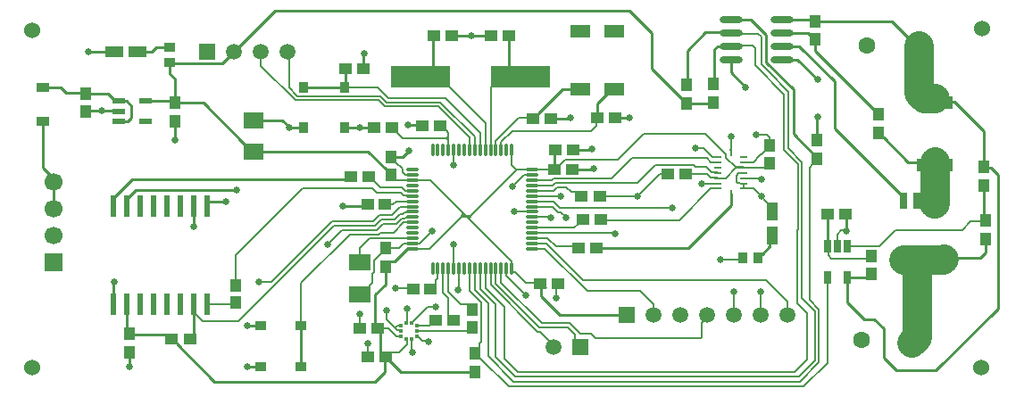
<source format=gtl>
G04*
G04 #@! TF.GenerationSoftware,Altium Limited,Altium Designer,19.0.14 (431)*
G04*
G04 Layer_Physical_Order=1*
G04 Layer_Color=255*
%FSLAX25Y25*%
%MOIN*%
G70*
G01*
G75*
%ADD11C,0.01000*%
%ADD12C,0.00787*%
%ADD18C,0.00800*%
%ADD19R,0.02756X0.05906*%
%ADD20R,0.03937X0.04528*%
%ADD21O,0.08661X0.02362*%
%ADD22R,0.07480X0.05118*%
%ADD23R,0.22047X0.08268*%
%ADD24R,0.02284X0.08032*%
%ADD25R,0.01378X0.01181*%
%ADD26R,0.01181X0.01378*%
%ADD27R,0.03051X0.00984*%
%ADD28R,0.00984X0.03051*%
%ADD29R,0.04764X0.02323*%
%ADD30O,0.05118X0.01181*%
%ADD31O,0.01181X0.05118*%
%ADD32R,0.03543X0.03937*%
%ADD33R,0.03937X0.03543*%
%ADD34R,0.04528X0.03937*%
%ADD35R,0.03543X0.04134*%
%ADD36R,0.04134X0.03543*%
%ADD37R,0.04134X0.06693*%
%ADD38R,0.06693X0.04134*%
%ADD39R,0.04803X0.03602*%
%ADD40R,0.04134X0.04724*%
%ADD41R,0.04724X0.04134*%
%ADD42R,0.07480X0.06102*%
%ADD43R,0.04921X0.04331*%
%ADD44R,0.07874X0.06102*%
%ADD45R,0.02559X0.04724*%
%ADD46R,0.13189X0.04921*%
%ADD82C,0.10900*%
%ADD83C,0.00600*%
%ADD84C,0.00700*%
%ADD85C,0.06299*%
%ADD86R,0.06299X0.06299*%
%ADD87C,0.06000*%
%ADD88C,0.06693*%
%ADD89R,0.06693X0.06693*%
%ADD90C,0.05906*%
%ADD91R,0.05906X0.05906*%
%ADD92C,0.02550*%
G36*
X143132Y17416D02*
X142086Y17363D01*
Y18070D01*
X143132Y18016D01*
Y17416D01*
D02*
G37*
G36*
X173550Y68350D02*
X173850Y68050D01*
X171850D01*
X172050Y69850D01*
X173550Y68350D01*
D02*
G37*
G36*
X175450Y66950D02*
X173950Y68450D01*
X173650Y68750D01*
X175650D01*
X175450Y66950D01*
D02*
G37*
G36*
X129943Y116334D02*
X128897Y116280D01*
Y116988D01*
X129943Y116934D01*
Y116334D01*
D02*
G37*
G36*
X166826Y98538D02*
X166226Y97938D01*
Y97338D01*
X166826Y96738D01*
X167426Y97638D01*
D01*
X166826Y98538D01*
D02*
G37*
G36*
X205194Y86127D02*
X206241Y86181D01*
Y85473D01*
X205194Y85527D01*
Y86127D01*
D02*
G37*
D11*
X372400Y34600D02*
Y83900D01*
X349100Y10800D02*
X372300Y34000D01*
Y34600D01*
X334300Y10800D02*
X349100D01*
X329600Y15500D02*
X334300Y10800D01*
X329600Y15500D02*
Y26400D01*
X326100Y29900D02*
X329600Y26400D01*
X322400Y29900D02*
X326100D01*
X316100Y36200D02*
X322400Y29900D01*
X316100Y36200D02*
Y45100D01*
X355500Y52800D02*
X365600D01*
X367700Y54900D01*
Y59910D01*
X315761Y63239D02*
X316000Y63000D01*
X347200Y74125D02*
X347875D01*
X342200D02*
X347200D01*
X347875D02*
X348500Y73500D01*
X332700Y141200D02*
X340000Y133900D01*
X304035Y141200D02*
X332700D01*
X302985Y142015D02*
X303700Y141300D01*
X291579Y142015D02*
X302985D01*
X316100Y45686D02*
X324514D01*
X369812Y86488D02*
X372400Y83900D01*
X367350Y86488D02*
X369812D01*
X366929Y86910D02*
X367350Y86488D01*
X354400Y111286D02*
Y112700D01*
X366929Y86910D02*
Y100271D01*
X356072Y111128D02*
X366929Y100271D01*
X354658Y111128D02*
X356072D01*
X354400Y111386D02*
X354658Y111128D01*
X311400Y101300D02*
Y118800D01*
Y101300D02*
X336122Y76578D01*
X336322D01*
X336400Y76500D01*
Y76300D02*
Y76500D01*
X298185Y132015D02*
X311400Y118800D01*
X291579Y132015D02*
X298185D01*
X366400Y79900D02*
X366929Y79371D01*
Y66831D02*
Y79371D01*
X297385Y127015D02*
X304900Y119500D01*
X291579Y127015D02*
X297385D01*
X329629Y97744D02*
X338674Y88700D01*
X345228D01*
X324414Y47641D02*
X325472Y46584D01*
X308620Y56400D02*
Y69180D01*
X308600Y69200D02*
X308620Y69180D01*
X315761Y63239D02*
Y68400D01*
X312360Y57300D02*
X312376Y57317D01*
X266500Y116900D02*
Y130900D01*
X272682Y122118D02*
X278200Y116600D01*
X272682Y122118D02*
Y127015D01*
X329334Y97744D02*
X329629D01*
X327866Y99213D02*
X329334Y97744D01*
X327866Y99213D02*
Y99508D01*
X266100Y116500D02*
X266500Y116900D01*
Y130900D02*
X267615Y132015D01*
X272682D01*
X265655Y110555D02*
X265800Y110700D01*
X255900Y110555D02*
X265655D01*
X263200Y137100D02*
X270600D01*
X270900Y137400D01*
X256299Y130199D02*
X263200Y137100D01*
X295902Y99177D02*
X304823Y90256D01*
X256299Y117520D02*
Y130199D01*
X295902Y99177D02*
Y115751D01*
X285749Y125905D02*
X295902Y115751D01*
X276300Y141900D02*
X280100D01*
X285749Y136251D01*
Y125905D02*
Y136251D01*
X327024Y107376D02*
X328844D01*
X304035Y130365D02*
X327024Y107376D01*
X304035Y130365D02*
Y134507D01*
Y134802D01*
X302468Y136369D02*
X304035Y134802D01*
X302173Y136369D02*
X302468D01*
X301527Y137015D02*
X302173Y136369D01*
X291579Y137015D02*
X301527D01*
X76575Y73917D02*
X83957D01*
X286980Y60379D02*
X288100Y61500D01*
X286980Y57058D02*
Y60379D01*
X284244Y54323D02*
X286980Y57058D01*
X283949Y54323D02*
X284244D01*
X282677Y53051D02*
X283949Y54323D01*
X282677Y52756D02*
Y53051D01*
X43602Y107874D02*
X44094Y107382D01*
X105118Y104331D02*
X107874Y101575D01*
X64468Y103740D02*
X64961Y103248D01*
X206594Y85827D02*
Y93504D01*
X62992Y125394D02*
X82657D01*
X62697D02*
X62992D01*
X143405Y15157D02*
X144488D01*
X139764Y28346D02*
X141535Y26575D01*
X141732Y17717D02*
Y26673D01*
X47047Y25098D02*
X48327Y23819D01*
X48433Y24106D02*
X63984D01*
X209646Y116000D02*
X216500D01*
X200681Y107035D02*
X209646Y116000D01*
X200681Y106685D02*
Y107035D01*
X199016Y105020D02*
X200681Y106685D01*
X198721Y105020D02*
X199016D01*
X220768Y85827D02*
X221260Y86319D01*
X213287Y85827D02*
X220768D01*
X32677Y129921D02*
X42323D01*
X112008Y12205D02*
X112205Y12402D01*
X92815Y27559D02*
X97047D01*
X92520Y27264D02*
X92815Y27559D01*
X42136Y35502D02*
Y44282D01*
X242913Y123622D02*
X255906Y110630D01*
X242913Y123622D02*
Y137008D01*
X234646Y145276D02*
X242913Y137008D01*
X102539Y145276D02*
X234646D01*
X87185Y129921D02*
X102539Y145276D01*
X107776Y101476D02*
X112992D01*
X94488Y104331D02*
X105118D01*
X133760Y101476D02*
X133858Y101575D01*
X128347Y101476D02*
X133760D01*
X64961Y96850D02*
Y103248D01*
X15748Y116535D02*
X22441D01*
X24409Y114567D01*
X65059Y110728D02*
X75689D01*
X65059D02*
Y119685D01*
X206102Y93996D02*
X206299D01*
X206004D02*
X206102D01*
X275437Y142291D02*
X275556D01*
X143405Y10138D02*
Y15157D01*
X143110D02*
X143405D01*
X144488D02*
X149311Y10335D01*
X177165D01*
X272638Y72441D02*
Y76910D01*
X220079Y93110D02*
X220571Y93602D01*
X213779Y93110D02*
X220079D01*
X135531Y129035D02*
X135728Y129232D01*
X135531Y123425D02*
Y129035D01*
X134055Y101476D02*
X139173D01*
X139370Y101673D01*
X150000Y90650D02*
X152264Y92913D01*
X145866Y90650D02*
X150000D01*
X152461Y102362D02*
X152559Y102461D01*
X157382D01*
X157480Y102362D01*
X229528Y105217D02*
X234744D01*
X212697Y105020D02*
X212795Y105118D01*
X205413Y105020D02*
X212697D01*
X175984Y135827D02*
X176083Y135925D01*
X182972D01*
X175492Y135728D02*
X175591Y135827D01*
X168504Y135728D02*
X175492D01*
X189665Y122638D02*
X190059Y122244D01*
X189665Y122638D02*
Y135925D01*
X161516Y119980D02*
Y135433D01*
X161811Y135728D01*
X62992Y121752D02*
Y125394D01*
X82657D02*
X87185Y129921D01*
X92421Y12205D02*
X92421Y12205D01*
X97047D01*
X48130Y12500D02*
X48228Y12402D01*
X48130Y12500D02*
Y17717D01*
X139862Y6594D02*
X143405Y10138D01*
X79823Y6594D02*
X139862D01*
X65543Y20874D02*
X79823Y6594D01*
X65543Y20874D02*
Y21169D01*
X64075Y22638D02*
X65543Y21169D01*
X63779Y22638D02*
X64075D01*
X71949Y64468D02*
X72047Y64567D01*
Y72067D01*
Y24016D02*
Y33366D01*
X70669Y22638D02*
X72047Y24016D01*
X143592Y42903D02*
X143602D01*
X139764Y39075D02*
X143592Y42903D01*
X139764Y28346D02*
Y39075D01*
X142717Y48524D02*
X143602Y47638D01*
Y42903D02*
Y47638D01*
X146965Y51567D02*
X151575Y56177D01*
X145169Y51567D02*
X146965D01*
X135827Y72244D02*
X136614Y73032D01*
X127657Y72244D02*
X135827D01*
X94488Y92716D02*
X137205D01*
X144102Y85819D01*
X144299D01*
X144685Y85433D01*
Y85236D02*
Y85433D01*
X142717Y48524D02*
X143405D01*
X256693Y56496D02*
X272638Y72441D01*
X201870Y41740D02*
X203240D01*
X201870Y38402D02*
Y41740D01*
Y38402D02*
X208678Y31594D01*
X231988D01*
X201673Y43307D02*
X203240Y41740D01*
X201378Y43307D02*
X201673D01*
X19685Y71181D02*
Y81181D01*
Y70866D02*
Y71181D01*
X15748Y86614D02*
X19685Y82677D01*
X15748Y86614D02*
Y103789D01*
X56398Y129921D02*
X57972Y131496D01*
X62992D01*
X51181Y129921D02*
X56398D01*
X62992Y121752D02*
X65059Y119685D01*
X75689Y110728D02*
X91150Y95268D01*
X91248D01*
X92126Y94390D01*
Y94291D02*
Y94390D01*
X64370Y111417D02*
X65059Y110728D01*
X53917Y111417D02*
X64370D01*
X39961Y114272D02*
X42153Y112079D01*
X42153D01*
X42618Y111614D01*
Y111614D02*
Y111614D01*
X31791Y114272D02*
X39961D01*
X30610Y114567D02*
X30709Y114665D01*
X24409Y114567D02*
X30610D01*
X31988Y107874D02*
X37697D01*
X43602D01*
X42913Y111319D02*
X43307D01*
X112992Y116634D02*
X128051D01*
X128150Y116732D01*
X128543Y116634D02*
X128839Y116929D01*
Y123425D01*
X222835Y110630D02*
X226378Y114173D01*
X222835Y105217D02*
Y110630D01*
X222244Y57185D02*
X222736Y56693D01*
X48819Y105217D02*
Y109646D01*
X47343Y103740D02*
X48819Y105217D01*
X45453Y103740D02*
X47343D01*
X45256Y103937D02*
X45453Y103740D01*
X47047Y111417D02*
X48819Y109646D01*
X44035Y111417D02*
X47047D01*
X44035Y111417D02*
X44035Y111417D01*
X44035Y103937D02*
X45256D01*
X206102Y93996D02*
X206594Y93504D01*
X49193Y82087D02*
X131102D01*
X42520Y75413D02*
X49193Y82087D01*
X42028Y44390D02*
X42136Y44282D01*
X42047Y35413D02*
X42136Y35502D01*
X50453Y78347D02*
X87894D01*
X46909Y74803D02*
X50453Y78347D01*
X46752Y74803D02*
X46909D01*
X76476Y73819D02*
X76575Y73917D01*
X63984Y24106D02*
X64370Y23720D01*
X48130Y24409D02*
X48433Y24106D01*
X47047Y25098D02*
Y35413D01*
X42520Y75295D02*
Y75413D01*
X143602Y50000D02*
X145169Y51567D01*
X143602Y49705D02*
Y50000D01*
X87028Y34468D02*
X88090Y35531D01*
X112205Y12402D02*
Y27559D01*
X222244Y56496D02*
X256693D01*
X304724Y105512D02*
X304823Y105413D01*
Y96850D02*
Y105413D01*
Y89961D02*
Y90256D01*
D12*
X263837Y84071D02*
X265148Y82760D01*
X257071Y84071D02*
X263837D01*
X265148Y82760D02*
X267772D01*
X256496Y84646D02*
X257071Y84071D01*
X267772Y82760D02*
X267854Y82677D01*
D18*
X281102Y78740D02*
X288189Y71653D01*
X277421Y78780D02*
X277461Y78740D01*
X284262Y91962D02*
X286070Y93770D01*
X284253Y91962D02*
X284262D01*
X283433Y91142D02*
X284253Y91962D01*
X283433Y91133D02*
Y91142D01*
X280883Y88583D02*
X283433Y91133D01*
X286070Y93770D02*
Y94830D01*
X277421Y88583D02*
X280883D01*
X224016Y67028D02*
X253445D01*
X288189Y70177D02*
Y71653D01*
X277461Y78740D02*
X281102D01*
X277421D02*
X277461D01*
X277421Y78780D02*
Y80709D01*
X277559Y80571D01*
X265158Y78740D02*
X267854D01*
X253445Y67028D02*
X265158Y78740D01*
D19*
X352200Y74125D02*
D03*
X347200D02*
D03*
X342200D02*
D03*
X337200D02*
D03*
Y52275D02*
D03*
X342200D02*
D03*
X347200D02*
D03*
X352200D02*
D03*
D20*
X266200Y110855D02*
D03*
Y117745D02*
D03*
X255900Y110555D02*
D03*
Y117445D02*
D03*
X177165Y17224D02*
D03*
Y10335D02*
D03*
X87598Y42717D02*
D03*
Y36220D02*
D03*
X175984Y26969D02*
D03*
Y33465D02*
D03*
X367700Y66800D02*
D03*
Y59910D02*
D03*
X327866Y106398D02*
D03*
Y99508D02*
D03*
X324900Y46755D02*
D03*
Y53645D02*
D03*
X366929Y86910D02*
D03*
Y80020D02*
D03*
X304823Y96850D02*
D03*
Y89961D02*
D03*
D21*
X291579Y127015D02*
D03*
Y132015D02*
D03*
Y137015D02*
D03*
Y142015D02*
D03*
X272682Y127015D02*
D03*
Y132015D02*
D03*
Y137015D02*
D03*
Y142015D02*
D03*
D22*
X229134Y115748D02*
D03*
Y137402D02*
D03*
X216535D02*
D03*
Y115748D02*
D03*
D23*
X193996Y120669D02*
D03*
X156595D02*
D03*
D24*
X42047Y72067D02*
D03*
X47047D02*
D03*
X52047D02*
D03*
X57047D02*
D03*
X62047D02*
D03*
X67047D02*
D03*
X72047D02*
D03*
X77047D02*
D03*
Y35413D02*
D03*
X72047D02*
D03*
X67047D02*
D03*
X62047D02*
D03*
X57047D02*
D03*
X52047D02*
D03*
X47047D02*
D03*
X42047D02*
D03*
D25*
X149488Y23622D02*
D03*
Y25591D02*
D03*
Y27559D02*
D03*
X155512D02*
D03*
Y25591D02*
D03*
Y23622D02*
D03*
D26*
X151516Y28602D02*
D03*
X153484D02*
D03*
Y22579D02*
D03*
X151516D02*
D03*
D27*
X277421Y78740D02*
D03*
Y80709D02*
D03*
Y82677D02*
D03*
Y84646D02*
D03*
Y86614D02*
D03*
Y88583D02*
D03*
X267854Y78740D02*
D03*
Y80709D02*
D03*
Y82677D02*
D03*
Y84646D02*
D03*
Y86614D02*
D03*
Y88583D02*
D03*
X277421Y90551D02*
D03*
X267854D02*
D03*
D28*
X272638Y76910D02*
D03*
Y92382D02*
D03*
D29*
X53917Y111417D02*
D03*
Y103937D02*
D03*
X44035D02*
D03*
Y107677D02*
D03*
Y111417D02*
D03*
D30*
X198228Y85827D02*
D03*
Y83858D02*
D03*
Y81890D02*
D03*
Y79921D02*
D03*
Y77953D02*
D03*
Y75984D02*
D03*
Y74016D02*
D03*
Y72047D02*
D03*
Y70079D02*
D03*
Y68110D02*
D03*
Y66142D02*
D03*
Y64173D02*
D03*
Y62205D02*
D03*
Y60236D02*
D03*
Y58268D02*
D03*
Y56299D02*
D03*
X153740D02*
D03*
Y58268D02*
D03*
Y60236D02*
D03*
Y62205D02*
D03*
Y64173D02*
D03*
Y66142D02*
D03*
Y68110D02*
D03*
Y70079D02*
D03*
Y72047D02*
D03*
Y74016D02*
D03*
Y75984D02*
D03*
Y77953D02*
D03*
Y79921D02*
D03*
Y81890D02*
D03*
Y83858D02*
D03*
Y85827D02*
D03*
D31*
X190748Y48819D02*
D03*
X188779D02*
D03*
X186811D02*
D03*
X184843D02*
D03*
X182874D02*
D03*
X180905D02*
D03*
X178937D02*
D03*
X176969D02*
D03*
X175000D02*
D03*
X173031D02*
D03*
X171063D02*
D03*
X169095D02*
D03*
X167126D02*
D03*
X165157D02*
D03*
X163189D02*
D03*
X161221D02*
D03*
Y93307D02*
D03*
X163189D02*
D03*
X165157D02*
D03*
X167126D02*
D03*
X169095D02*
D03*
X171063D02*
D03*
X173031D02*
D03*
X175000D02*
D03*
X176969D02*
D03*
X178937D02*
D03*
X180905D02*
D03*
X182874D02*
D03*
X184843D02*
D03*
X186811D02*
D03*
X188779D02*
D03*
X190748D02*
D03*
D32*
X112992Y101476D02*
D03*
Y116634D02*
D03*
X128347D02*
D03*
Y101476D02*
D03*
D33*
X97047Y12205D02*
D03*
X112205D02*
D03*
Y27559D02*
D03*
X97047D02*
D03*
D34*
X63779Y22638D02*
D03*
X70669D02*
D03*
X162402Y29528D02*
D03*
X168898D02*
D03*
X217520Y67323D02*
D03*
X224016D02*
D03*
X215748Y56496D02*
D03*
X222244D02*
D03*
X223721Y75787D02*
D03*
X216831D02*
D03*
X153937Y41339D02*
D03*
X160433D02*
D03*
X143405Y72933D02*
D03*
X136909D02*
D03*
X137303Y83268D02*
D03*
X130807D02*
D03*
X308610Y69300D02*
D03*
X315500D02*
D03*
D35*
X277165Y52756D02*
D03*
X282677D02*
D03*
D36*
X62992Y131496D02*
D03*
Y125984D02*
D03*
D37*
X288189Y61319D02*
D03*
Y70177D02*
D03*
D38*
X51181Y129921D02*
D03*
X42323D02*
D03*
D39*
X15748Y103789D02*
D03*
Y116683D02*
D03*
D40*
X48130Y17717D02*
D03*
Y24409D02*
D03*
X286900Y94893D02*
D03*
Y88200D02*
D03*
X145866Y90650D02*
D03*
Y83957D02*
D03*
X143602Y56398D02*
D03*
Y49705D02*
D03*
X31791Y107579D02*
D03*
Y114272D02*
D03*
X65059Y110728D02*
D03*
Y104035D02*
D03*
X304035Y134507D02*
D03*
Y141200D02*
D03*
D41*
X134153Y26476D02*
D03*
X140847D02*
D03*
X136909Y15748D02*
D03*
X143602D02*
D03*
X249016Y84153D02*
D03*
X255709D02*
D03*
X146063Y101673D02*
D03*
X139370D02*
D03*
X164173Y102362D02*
D03*
X157480D02*
D03*
X213779Y93110D02*
D03*
X207087D02*
D03*
X213287Y85827D02*
D03*
X206594D02*
D03*
X208071Y43307D02*
D03*
X201378D02*
D03*
X128839Y123425D02*
D03*
X135531D02*
D03*
X161811Y135728D02*
D03*
X168504D02*
D03*
X189665Y135925D02*
D03*
X182972D02*
D03*
D42*
X94488Y104331D02*
D03*
Y92716D02*
D03*
D43*
X198721Y105020D02*
D03*
X205413D02*
D03*
X229528Y105217D02*
D03*
X222835D02*
D03*
D44*
X134153Y39075D02*
D03*
Y51083D02*
D03*
D45*
X316100Y45686D02*
D03*
X308620D02*
D03*
Y57300D02*
D03*
X312360D02*
D03*
X316100D02*
D03*
D46*
X348600Y87389D02*
D03*
Y111011D02*
D03*
D82*
X351775Y52275D02*
X352000Y52500D01*
X342200Y23200D02*
Y52275D01*
X340200Y21200D02*
X342200Y23200D01*
X348563Y73363D02*
Y88912D01*
X342800Y114400D02*
Y132200D01*
X347200Y52275D02*
X351775D01*
X342200D02*
X347200D01*
X337200D02*
X342200D01*
X344666Y112534D02*
X348563D01*
X342800Y114400D02*
X344666Y112534D01*
X348400Y73200D02*
X348563Y73363D01*
D83*
X312360Y61660D02*
X313800Y63100D01*
X315100D01*
X312360Y57300D02*
Y61660D01*
X359000Y63300D02*
X362200Y66500D01*
X366800D01*
X333900Y63300D02*
X359000D01*
X327900Y57300D02*
X333900Y63300D01*
X316100Y57300D02*
X327900D01*
X308620Y56217D02*
X308900Y55937D01*
Y53732D02*
Y55937D01*
Y53732D02*
X310132Y52500D01*
X308700Y13700D02*
Y45600D01*
X299724Y4724D02*
X308700Y13700D01*
X189567Y4724D02*
X299724D01*
X298356Y6693D02*
X305500Y13837D01*
X191339Y6693D02*
X298356D01*
X305500Y13837D02*
Y33663D01*
X303197Y87997D02*
X306491D01*
X301900Y86700D02*
X303197Y87997D01*
X301900Y37263D02*
Y86700D01*
Y37263D02*
X305500Y33663D01*
X303900Y14500D02*
Y33000D01*
X299100Y37800D02*
X303900Y33000D01*
X299100Y37800D02*
Y62860D01*
X299200Y62960D01*
Y88693D01*
X294102Y93791D02*
X299200Y88693D01*
X294102Y93791D02*
Y114998D01*
X297906Y8506D02*
X303900Y14500D01*
X292502Y93128D02*
X297600Y88030D01*
Y63622D02*
Y88030D01*
X297500Y63522D02*
X297600Y63622D01*
X301100Y14900D02*
Y32307D01*
X297500Y35908D02*
X301100Y32307D01*
X297500Y35908D02*
Y63522D01*
X301036Y14836D02*
X301100Y14900D01*
X310132Y52500D02*
X324300D01*
X308620Y56217D02*
Y57300D01*
X304675Y89813D02*
X306491Y87997D01*
X276600Y136745D02*
Y137100D01*
X191888Y8506D02*
X297906D01*
X296461Y10261D02*
X301036Y14836D01*
X192888Y10261D02*
X296461D01*
X286574Y122527D02*
X294102Y114998D01*
X286574Y122527D02*
Y122534D01*
X280800Y132200D02*
X281800Y131200D01*
X276000Y132200D02*
X280800D01*
X281800Y124755D02*
Y131200D01*
Y124755D02*
X292502Y114053D01*
X283948Y125159D02*
X286574Y122534D01*
X283948Y125159D02*
Y135506D01*
X282754Y136700D02*
X283948Y135506D01*
X276645Y136700D02*
X282754D01*
X276600Y136745D02*
X276645Y136700D01*
X205245Y68055D02*
X205300Y68000D01*
X198283Y68055D02*
X205245D01*
X198228Y68110D02*
X198283Y68055D01*
X222164Y22736D02*
X261361D01*
X220300Y24600D02*
X222164Y22736D01*
X216344Y24600D02*
X220300D01*
X212474Y28470D02*
X216344Y24600D01*
X214400Y22300D02*
Y24281D01*
X211811Y26870D02*
X214400Y24281D01*
X201083Y26870D02*
X211811D01*
X127360Y63260D02*
X140393D01*
X121974Y57874D02*
X127360Y63260D01*
X121949Y57874D02*
X121974D01*
X213000Y77400D02*
X214700D01*
X211147Y79253D02*
X213000Y77400D01*
X207701Y79253D02*
X211147D01*
X214700Y77400D02*
X215354Y76746D01*
Y75886D02*
Y76746D01*
X141668Y79232D02*
X149631D01*
X138813Y82087D02*
X141668Y79232D01*
X137598Y82087D02*
X138813D01*
X276442Y137049D02*
X276461Y137030D01*
X211024Y67913D02*
Y68176D01*
X209146Y70053D02*
X211024Y68176D01*
X208101Y70053D02*
X209146D01*
X206107Y72047D02*
X208101Y70053D01*
X198228Y72047D02*
X206107D01*
X149409Y27559D02*
X149488Y27480D01*
X286900Y94893D02*
Y97800D01*
X285900Y98800D02*
X286900Y97800D01*
X281900Y98800D02*
X285900D01*
X274373Y86791D02*
X277421D01*
X151575Y20669D02*
Y22638D01*
X141732Y17717D02*
X148622D01*
X210650Y89587D02*
X230304D01*
X206376Y82453D02*
X228168D01*
X207038Y80853D02*
X237741D01*
X228168Y82453D02*
X235774Y90059D01*
X237741Y80853D02*
X244409Y87520D01*
X160351Y81890D02*
X190670Y51570D01*
X165945Y112598D02*
X178937Y99606D01*
X144587Y112598D02*
X165945D01*
X178937Y93307D02*
Y99606D01*
X112205Y43504D02*
X130361Y61660D01*
X112205Y29232D02*
Y43504D01*
X88783Y29331D02*
X124312Y64860D01*
X75367Y29331D02*
X88783D01*
X124312Y64860D02*
X139730D01*
X141055Y61660D02*
X141780Y62384D01*
X130361Y61660D02*
X141055D01*
X141894Y60236D02*
X153740D01*
X141718Y60060D02*
X141894Y60236D01*
X137717Y60060D02*
X141718D01*
X134153Y56496D02*
X137717Y60060D01*
X139730Y64860D02*
X142123Y67253D01*
X139067Y66460D02*
X141460Y68853D01*
X123650Y66460D02*
X139067D01*
X101186Y43996D02*
X123650Y66460D01*
X96752Y43996D02*
X101186D01*
X187894Y15256D02*
X192888Y10261D01*
X187894Y15256D02*
Y34414D01*
X184646Y15748D02*
X191888Y8506D01*
X240027Y99311D02*
X262951D01*
X230304Y89587D02*
X240027Y99311D01*
X206890Y85827D02*
X210650Y89587D01*
X180905Y41402D02*
X187894Y34414D01*
X180905Y41402D02*
Y46949D01*
X180905Y46949D01*
X201502Y25270D02*
X206398Y20374D01*
X200420Y25270D02*
X201502D01*
X182874Y42816D02*
X200420Y25270D01*
X182874Y42816D02*
Y48819D01*
X184843Y43110D02*
Y48819D01*
X261713Y28611D02*
X263779Y30678D01*
X261361Y22736D02*
X261713Y23088D01*
X263779Y30678D02*
Y31496D01*
X261713Y23088D02*
Y28611D01*
X184843Y43110D02*
X201083Y26870D01*
X206398Y19783D02*
Y20374D01*
X184646Y15748D02*
Y35399D01*
X178937Y41108D02*
X184646Y35399D01*
X181890Y16142D02*
X191339Y6693D01*
X272682Y132015D02*
X275831D01*
X270846Y90318D02*
X274373Y86791D01*
X283562Y82501D02*
X283875Y82189D01*
X217520Y44587D02*
X285827D01*
X293799Y36614D01*
X203839Y58268D02*
X217520Y44587D01*
X179253Y21674D02*
Y36267D01*
X178543Y20965D02*
X179253Y21674D01*
X178543Y19188D02*
Y20965D01*
X175000Y40520D02*
X179253Y36267D01*
X178543Y19188D02*
X178834D01*
X179031Y15261D02*
X189567Y4724D01*
X178834Y15261D02*
X179031D01*
X178150Y15945D02*
X178834Y15261D01*
X178150Y15945D02*
Y16142D01*
X178445Y18799D02*
X178834Y19188D01*
X178445Y17913D02*
Y18799D01*
X178937Y41108D02*
Y48819D01*
X181890Y16142D02*
Y35893D01*
X176969Y40814D02*
X181890Y35893D01*
X176969Y40814D02*
Y48819D01*
X175000Y40520D02*
Y48819D01*
X171760Y35428D02*
X174316D01*
X167126Y40063D02*
X171760Y35428D01*
X167126Y46772D02*
X167204Y46850D01*
X167126Y40063D02*
Y46772D01*
X174316Y35428D02*
X175984Y33760D01*
Y33465D02*
Y33760D01*
X195948Y38976D02*
X196063D01*
X188857Y46067D02*
X195948Y38976D01*
X188857Y46067D02*
Y48741D01*
X188779Y48819D02*
X188857Y48741D01*
X186811Y43606D02*
X201947Y28470D01*
X186811Y43606D02*
Y48819D01*
X155512Y25591D02*
X174606D01*
X175984Y26969D01*
X201947Y28470D02*
X212474D01*
X196063Y43504D02*
X200689D01*
X191887Y47680D02*
X196063Y43504D01*
X191016Y47680D02*
X191887D01*
X206890Y85827D02*
X206988D01*
X190670Y48897D02*
Y51570D01*
X206988Y85827D02*
X207087Y85728D01*
X190670Y48897D02*
X190748Y48819D01*
Y47948D02*
Y48819D01*
X170768Y41043D02*
X170985Y41261D01*
X166934Y31196D02*
Y37992D01*
X165157Y39768D02*
X166934Y37992D01*
X165157Y39768D02*
Y47166D01*
X170985Y41261D02*
Y48741D01*
X274596Y81236D02*
Y83708D01*
X237894Y76083D02*
X245965Y84153D01*
X249016D01*
X223721Y75787D02*
X237697D01*
X191142Y79528D02*
X195412Y83798D01*
X198168D01*
X198228Y83858D01*
X174606Y67815D02*
X192618Y85827D01*
X152165Y102461D02*
X152264Y102362D01*
X169095Y87599D02*
X169095Y87598D01*
X169095Y87599D02*
Y93307D01*
X167126D02*
Y97638D01*
X150098D02*
X167126D01*
X147539Y88681D02*
X149881Y86339D01*
Y85044D02*
Y86339D01*
Y85044D02*
X150988Y83936D01*
X153662D01*
X153740Y83858D01*
X97146Y124639D02*
Y130905D01*
X175000Y93307D02*
Y97803D01*
X163405Y109398D02*
X175000Y97803D01*
X97146Y130905D02*
X97342Y131102D01*
X97146Y124639D02*
X110019Y111765D01*
X107579Y116469D02*
Y129528D01*
Y116469D02*
X110682Y113365D01*
X72835Y31693D02*
X73005D01*
X75367Y29331D01*
X141831Y54201D02*
Y54429D01*
X139391Y51761D02*
X141831Y54201D01*
X139391Y47493D02*
Y51761D01*
X138727Y46830D02*
X139391Y47493D01*
X138727Y43649D02*
Y46830D01*
X137684Y42605D02*
X138727Y43649D01*
X137684Y41826D02*
Y42605D01*
X134933Y39075D02*
X137684Y41826D01*
X134153Y39075D02*
X134933D01*
X158163Y60034D02*
X160925Y62795D01*
X158163Y60017D02*
Y60034D01*
X156492Y58346D02*
X158163Y60017D01*
X153818Y58346D02*
X156492D01*
X153740Y58268D02*
X153818Y58346D01*
X146624Y62384D02*
X150303Y66064D01*
X141780Y62384D02*
X146624D01*
X160138Y56299D02*
X173019Y69181D01*
X153740Y56299D02*
X160138D01*
X147626Y65650D02*
X149641Y67664D01*
X142815Y65650D02*
X147626D01*
X146944Y67253D02*
X148956Y69264D01*
X142123Y67253D02*
X146944D01*
X145920Y68853D02*
X149114Y72047D01*
X141460Y68853D02*
X145920D01*
X140393Y63260D02*
X142785Y65653D01*
X150303Y66064D02*
X153662D01*
X148956Y69264D02*
X149957D01*
X150694Y70001D01*
X153662D01*
X149114Y72047D02*
X153740D01*
X153662Y70001D02*
X153740Y70079D01*
Y81890D02*
X160351D01*
X134153Y51083D02*
Y56496D01*
X147788Y74016D02*
X153740D01*
X146503Y72732D02*
X147788Y74016D01*
X140454Y77264D02*
X149337D01*
X138781Y78937D02*
X140454Y77264D01*
X149337D02*
X150538Y76062D01*
X153662D01*
X153740Y75984D01*
X153662Y77875D02*
X153740Y77953D01*
X150988Y77875D02*
X153662D01*
X149631Y79232D02*
X150988Y77875D01*
Y68032D02*
X153662D01*
X150620Y67664D02*
X150988Y68032D01*
X149641Y67664D02*
X150620D01*
X145566Y72732D02*
X146503D01*
X112598Y78937D02*
X138781D01*
X87598Y53937D02*
X112598Y78937D01*
X153662Y66064D02*
X153740Y66142D01*
X153662Y68032D02*
X153740Y68110D01*
X87598Y42717D02*
Y53937D01*
X145177Y72342D02*
X145566Y72732D01*
X150434Y58190D02*
X152165D01*
X148642Y56398D02*
X150434Y58190D01*
X143602Y56398D02*
X148642D01*
X134153Y26476D02*
Y31791D01*
X136909Y20866D02*
X136909Y20866D01*
Y15748D02*
Y20866D01*
X159688Y21808D02*
X159843Y21654D01*
X157325Y21808D02*
X159688D01*
X155901Y23233D02*
X157325Y21808D01*
X155901Y23233D02*
Y23332D01*
X155610Y23622D02*
X155901Y23332D01*
X155512Y23622D02*
X155610D01*
X144095Y29921D02*
X148135Y25881D01*
X149409Y27559D02*
X149488D01*
X148130D02*
X149409D01*
X147343Y26772D02*
X148130Y27559D01*
X144095Y29921D02*
Y32185D01*
X148135Y25881D02*
X149099D01*
X149488Y25591D02*
Y25881D01*
X149099D02*
X149390Y25591D01*
X143996Y33268D02*
X144328Y32936D01*
X149390Y25591D02*
X149488D01*
Y25881D02*
X149582Y25787D01*
X149606D01*
X151575Y28661D02*
Y33957D01*
X151516Y28602D02*
X151575Y28661D01*
X144685Y26575D02*
X147638Y23622D01*
X148622Y17717D02*
X151575Y20669D01*
X147638Y23622D02*
X149488D01*
X142717Y26575D02*
X144685D01*
X97047Y12205D02*
X97047Y12205D01*
X48130Y12205D02*
X48130Y12205D01*
X274947Y80885D02*
X276083D01*
X274596Y81236D02*
X274947Y80885D01*
X274596Y83708D02*
X275357Y84469D01*
X277245D01*
X277421Y84646D01*
X277834Y82501D02*
X283562D01*
X270564Y82677D02*
X274324Y86438D01*
X267854Y82677D02*
X270564D01*
X273622Y31791D02*
X274016Y31398D01*
X273622Y31791D02*
Y40059D01*
X283760Y33169D02*
Y40157D01*
X198228Y58268D02*
X203839D01*
X218996Y40453D02*
X238779D01*
X243701Y35531D01*
Y31890D02*
Y35531D01*
X203150Y56299D02*
X218996Y40453D01*
X198228Y56299D02*
X203150D01*
X198306Y62127D02*
X228917D01*
X208764Y71653D02*
X250590D01*
X206401Y74016D02*
X208764Y71653D01*
X209055Y75984D02*
X209055Y75984D01*
X207283Y37894D02*
Y42520D01*
X208071Y43307D01*
X190748Y47948D02*
X191016Y47680D01*
X143924Y110998D02*
X164067D01*
X143261Y109398D02*
X163405D01*
X140894Y111765D02*
X143261Y109398D01*
X110019Y111765D02*
X140894D01*
X164067Y110998D02*
X176969Y98097D01*
Y93307D02*
Y98097D01*
X141557Y113365D02*
X143924Y110998D01*
X110682Y113365D02*
X141557D01*
X272441Y93209D02*
X272638Y93405D01*
X261713Y80709D02*
X261811D01*
X262402Y93799D02*
X265650Y90551D01*
X274324Y86438D02*
X275984D01*
X277658Y82677D02*
X277834Y82501D01*
X265650Y90551D02*
X267854D01*
X259449Y93799D02*
X262402D01*
X272638Y93405D02*
Y98130D01*
X261811Y80709D02*
X267854D01*
X163091Y121063D02*
X180905Y103248D01*
Y93307D02*
Y103248D01*
X182874Y93307D02*
Y116437D01*
X166235Y100497D02*
Y100595D01*
X165650Y101181D02*
X166235Y100595D01*
X167126Y97638D02*
X167126D01*
X165551Y101181D02*
X165650D01*
X140551Y116634D02*
X144587Y112598D01*
X128543Y116634D02*
X140551D01*
X163091Y121063D02*
Y121358D01*
X148125Y99611D02*
X150098Y97638D01*
X167126D02*
Y99606D01*
X148125Y99611D02*
Y99906D01*
X146358Y101673D02*
X148125Y99906D01*
X146063Y101673D02*
X146358D01*
X166235Y100497D02*
X167126Y99606D01*
X190748Y87598D02*
X192520Y85827D01*
X190748Y87598D02*
Y93307D01*
X206594Y85827D02*
X206890D01*
X198228D02*
X206594D01*
X192618D02*
X198228D01*
X87579Y35413D02*
X87992Y35827D01*
X152953Y41535D02*
X153543Y40945D01*
X184055Y117618D02*
Y118307D01*
X182874Y116437D02*
X184055Y117618D01*
X262951Y99311D02*
X270846Y91416D01*
Y90318D02*
Y91416D01*
X263508Y86795D02*
X265481Y84822D01*
X259335Y86795D02*
X263508D01*
X258609Y87520D02*
X259335Y86795D01*
X244409Y87520D02*
X258609D01*
X235774Y90059D02*
X262992D01*
X77047Y35413D02*
X87579D01*
X146457Y81890D02*
X153740D01*
X276378Y52264D02*
X276575Y52461D01*
X268602Y52264D02*
X276378D01*
X198228Y74016D02*
X206401D01*
X228917Y62127D02*
X229232Y61811D01*
X198228Y62205D02*
X198306Y62127D01*
X199311Y78031D02*
X199389Y77953D01*
X206401D01*
X207701Y79253D01*
X198228Y79921D02*
X206107D01*
X205813Y81890D02*
X206376Y82453D01*
X198228Y81890D02*
X205813D01*
X206107Y79921D02*
X207038Y80853D01*
X198228Y75984D02*
X209055D01*
X170985Y48741D02*
X171063Y48819D01*
X169095Y57579D02*
X169193Y57677D01*
X169095Y48819D02*
Y57579D01*
X169095Y48819D02*
X169095Y48819D01*
X147539Y41535D02*
X152953D01*
X153543Y40945D02*
X153937Y41339D01*
X153484Y28701D02*
X159332Y34549D01*
X162314D01*
X153484Y28602D02*
Y28701D01*
X166934Y31196D02*
X168602Y29528D01*
X168898D01*
X161122Y28543D02*
X161417D01*
X160138Y27559D02*
X161122Y28543D01*
X155512Y27559D02*
X160138D01*
X153514Y17746D02*
X153543Y17717D01*
X153514Y17746D02*
Y22549D01*
X153484Y22579D02*
X153514Y22549D01*
X160433Y41339D02*
X160728D01*
X159449D02*
X160433D01*
X162397Y44568D02*
X163189Y45360D01*
X162397Y43007D02*
Y44568D01*
X160728Y41339D02*
X162397Y43007D01*
X163189Y45360D02*
Y48819D01*
X191831Y70079D02*
X198228D01*
X198306Y70157D01*
X204134Y60236D02*
X207283Y57087D01*
X198228Y60236D02*
X204134D01*
X207283Y57087D02*
X213784D01*
X213976Y56894D01*
Y56890D02*
Y56894D01*
X265194Y88583D02*
X267854D01*
X263714Y90063D02*
X265194Y88583D01*
X265481Y84822D02*
X267678D01*
X262811Y90063D02*
X263714D01*
X267678Y84822D02*
X267854Y84646D01*
X292502Y93128D02*
Y114053D01*
X293799Y31496D02*
Y36614D01*
D84*
X286886Y86614D02*
X286900Y86600D01*
X277421Y86614D02*
X286886D01*
X215606Y65704D02*
X217500Y67598D01*
X198228Y64173D02*
X214073D01*
X215604Y65704D01*
X215606D01*
X217500Y67598D02*
Y67600D01*
X220500Y100300D02*
X222500Y102300D01*
Y103700D01*
X190941Y100300D02*
X220500D01*
X186839Y96198D02*
X190941Y100300D01*
X186839Y93335D02*
Y96198D01*
X186811Y93307D02*
X186839Y93335D01*
X193337Y105100D02*
X198700D01*
X184871Y96634D02*
X193337Y105100D01*
X184871Y93335D02*
Y96634D01*
X184843Y93307D02*
X184871Y93335D01*
D85*
X321458Y22300D02*
D03*
X323215Y132100D02*
D03*
D86*
X341143Y22300D02*
D03*
X342900Y132100D02*
D03*
D87*
X11811Y11811D02*
D03*
Y137795D02*
D03*
X366142Y11811D02*
D03*
X366535Y138583D02*
D03*
D88*
X19685Y81181D02*
D03*
Y71181D02*
D03*
Y61181D02*
D03*
D89*
Y51181D02*
D03*
D90*
X107185Y129921D02*
D03*
X97185D02*
D03*
X87185D02*
D03*
X206437Y19488D02*
D03*
X293779Y31496D02*
D03*
X283780D02*
D03*
X273780D02*
D03*
X263779D02*
D03*
X243779D02*
D03*
X253780D02*
D03*
D91*
X77185Y129921D02*
D03*
X216437Y19488D02*
D03*
X233780Y31496D02*
D03*
D92*
X315860Y63020D02*
D03*
X278200Y116600D02*
D03*
X304900Y119500D02*
D03*
X205300Y68000D02*
D03*
X221260Y86319D02*
D03*
X281900Y98800D02*
D03*
X32677Y129921D02*
D03*
X92028Y27559D02*
D03*
X64961Y96850D02*
D03*
X283875Y82189D02*
D03*
X196063Y38976D02*
D03*
X170768Y41043D02*
D03*
X237697Y75787D02*
D03*
X191142Y79528D02*
D03*
X220571Y93602D02*
D03*
X135728Y129232D02*
D03*
X134055Y101476D02*
D03*
X152264Y92913D02*
D03*
X152165Y102461D02*
D03*
X169095Y87598D02*
D03*
X234744Y105217D02*
D03*
X212795Y105118D02*
D03*
X175591Y135827D02*
D03*
X71949Y64468D02*
D03*
X134153Y31791D02*
D03*
X160925Y62795D02*
D03*
X127657Y72244D02*
D03*
X96457Y43996D02*
D03*
X121949Y57874D02*
D03*
X136909Y20866D02*
D03*
X159843Y21654D02*
D03*
X143996Y33268D02*
D03*
X151575Y33957D02*
D03*
X92028Y12205D02*
D03*
X48130D02*
D03*
X284055Y75787D02*
D03*
X273622Y40059D02*
D03*
X283760Y40157D02*
D03*
X209055Y75984D02*
D03*
X207283Y37894D02*
D03*
X272638Y98130D02*
D03*
X259449Y93799D02*
D03*
X261811Y80709D02*
D03*
X107776Y101476D02*
D03*
X37697Y107874D02*
D03*
X42224Y43898D02*
D03*
X87894Y78347D02*
D03*
X83957Y73917D02*
D03*
X268602Y52264D02*
D03*
X211024Y67913D02*
D03*
X229232Y61811D02*
D03*
X169095Y57874D02*
D03*
X147539Y41535D02*
D03*
X162314Y34549D02*
D03*
X153543Y17717D02*
D03*
X191831Y70079D02*
D03*
X250590Y71653D02*
D03*
X304921Y105709D02*
D03*
M02*

</source>
